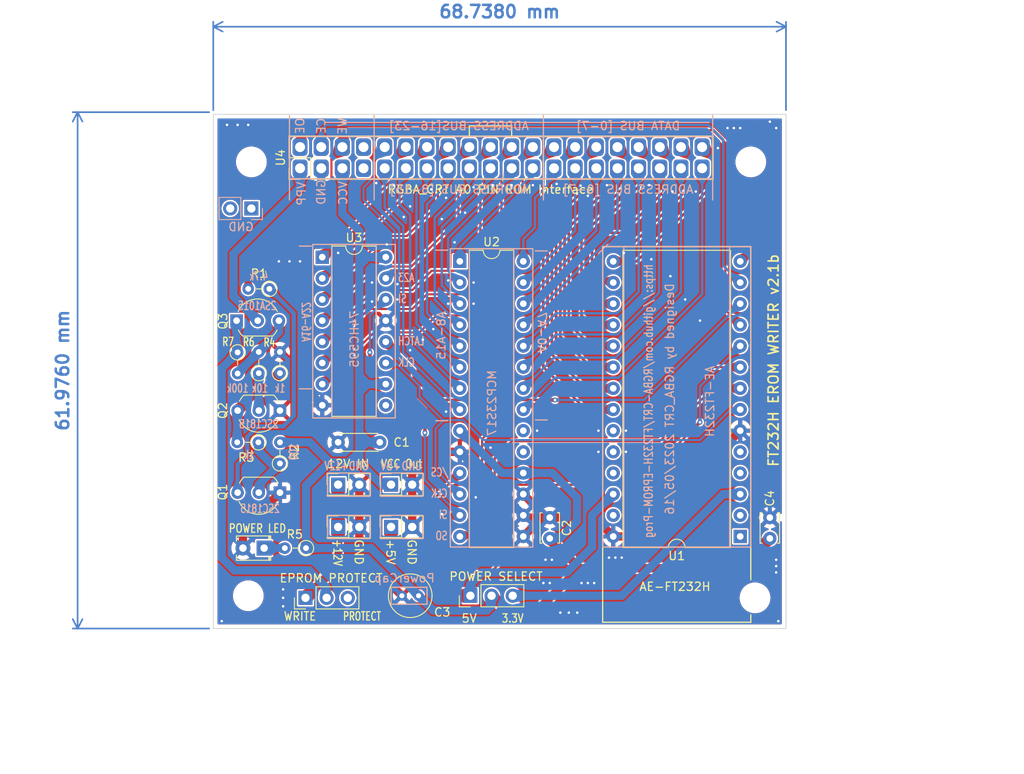
<source format=kicad_pcb>
(kicad_pcb (version 20221018) (generator pcbnew)
  (layers (0 "F.Cu" signal) (31 "B.Cu" signal) (34 "B.Paste" user) (35 "F.Paste" user) (36 "B.SilkS" user "B.Silkscreen") (37 "F.SilkS" user "F.Silkscreen") (38 "B.Mask" user) (39 "F.Mask" user) (44 "Edge.Cuts" user))
  (net 0 "")
  (net 1 "GND")
  (net 2 "VPP")
  (net 3 "Net-(Q1-B)")
  (net 4 "WE#")
  (net 5 "VDDA")
  (net 6 "5V0_IN")
  (net 7 "VCC")
  (net 8 "/3V3_IN")
  (net 13 "Net-(D1-K)")
  (net 14 "Net-(Q1-C)")
  (net 16 "Net-(U1-AD3)")
  (net 17 "CE#")
  (net 18 "OE#")
  (net 19 "D0")
  (net 20 "D1")
  (net 21 "D2")
  (net 22 "D3")
  (net 23 "D4")
  (net 24 "D5")
  (net 25 "D6")
  (net 26 "D7")
  (net 31 "A8")
  (net 32 "A9")
  (net 33 "A10")
  (net 34 "A11")
  (net 35 "A12")
  (net 36 "A13")
  (net 37 "A14")
  (net 38 "A15")
  (net 41 "A0")
  (net 42 "A1")
  (net 43 "A2")
  (net 44 "A3")
  (net 45 "A4")
  (net 46 "A5")
  (net 47 "A6")
  (net 48 "A7")
  (net 49 "A16")
  (net 50 "A17")
  (net 51 "A18")
  (net 52 "A19")
  (net 53 "A20")
  (net 54 "A21")
  (net 55 "A22")
  (net 56 "A23")
  (net 59 "/FT_SER_OUT")
  (net 60 "/FT_SER_IN")
  (net 62 "Net-(Q2-C)")
  (net 63 "/FT_SER_CLK")
  (net 64 "Net-(Q2-B)")
  (net 65 "Net-(Q3-E)")
  (net 66 "Net-(Q3-B)")
  (net 67 "/ADR_UPPER_LATCH")
  (footprint "LED_THT:LED_D2.0mm_W4.0mm_H2.8mm_FlatTop" (layer "F.Cu") (at 85.095 95.885 180)
    (fp_text reference "D1" hide)
    (fp_text value "POW_INDICATOR")
  )
  (footprint "MountingHole:MountingHole_3.2mm_M3" (layer "F.Cu") (at 83.199293 101.600707)
    (fp_text reference "MOUNT1" hide)
    (fp_text value "MountingHole_3.2mm_M3")
  )
  (footprint "Capacitor_THT:C_Disc_D4.3mm_W1.9mm_P5.00mm" (layer "F.Cu") (at 98.98 83.185 180)
    (fp_text reference "C1")
    (fp_text value "1μF")
  )
  (footprint "Resistor_THT:R_Axial_DIN0204_L3.6mm_D1.6mm_P2.54mm_Vertical" (layer "F.Cu") (at 86.995 85.725 90)
    (fp_text reference "R2")
    (fp_text value "100")
  )
  (footprint "Connector_PinHeader_2.54mm:PinHeader_2x01_P2.54mm_Vertical" (layer "F.Cu") (at 100.33 93.345)
    (fp_text reference "J2" hide)
    (fp_text value "DCDC_OUT")
  )
  (footprint "MountingHole:MountingHole_3.2mm_M3" (layer "F.Cu") (at 83.566 49.53)
    (fp_text reference "MOUNT1" hide)
    (fp_text value "MountingHole_3.2mm_M3")
  )
  (footprint "Package_TO_SOT_THT:TO-92_Inline_Wide" (layer "F.Cu") (at 86.995 89.225 180)
    (fp_text reference "Q1")
    (fp_text value "2SC1815")
  )
  (footprint "Connector_PinHeader_2.54mm:PinHeader_2x01_P2.54mm_Vertical" (layer "F.Cu") (at 93.98 93.345)
    (fp_text reference "J3" hide)
    (fp_text value "VOLT_CHECK")
  )
  (footprint "Library:RGBA_CRT_ROM_INTERFACE" (layer "F.Cu") (at 112.268 50.292)
    (fp_text reference "U4")
    (fp_text value "RGBA_CRT_ROM_INTERFACE")
  )
  (footprint "MountingHole:MountingHole_3.2mm_M3" (layer "F.Cu") (at 143.51 49.53)
    (fp_text reference "MOUNT1" hide)
    (fp_text value "MountingHole_3.2mm_M3")
  )
  (footprint "Resistor_THT:R_Axial_DIN0204_L3.6mm_D1.6mm_P2.54mm_Vertical" (layer "F.Cu") (at 85.725 64.77 180)
    (fp_text reference "R1")
    (fp_text value "4.7k")
  )
  (footprint "Resistor_THT:R_Axial_DIN0204_L3.6mm_D1.6mm_P2.54mm_Vertical" (layer "F.Cu") (at 84.455 74.88 90)
    (fp_text reference "R6")
    (fp_text value "10k")
  )
  (footprint "Resistor_THT:R_Axial_DIN0204_L3.6mm_D1.6mm_P2.54mm_Vertical" (layer "F.Cu") (at 86.995 74.88 90)
    (fp_text reference "R4")
    (fp_text value "1k")
  )
  (footprint "Connector_PinHeader_2.54mm:PinHeader_2x01_P2.54mm_Vertical" (layer "F.Cu") (at 93.98 88.265)
    (fp_text reference "J4" hide)
    (fp_text value "Jack-DC")
  )
  (footprint "Resistor_THT:R_Axial_DIN0204_L3.6mm_D1.6mm_P2.54mm_Vertical" (layer "F.Cu") (at 81.915 72.39 -90)
    (fp_text reference "R7")
    (fp_text value "100k")
  )
  (footprint "MountingHole:MountingHole_3.2mm_M3" (layer "F.Cu") (at 144.018 101.854)
    (fp_text reference "MOUNT1" hide)
    (fp_text value "MountingHole_3.2mm_M3")
  )
  (footprint "Package_DIP:DIP-28_W15.24mm" (layer "F.Cu") (at 142.24 94.488 180)
    (fp_text reference "U1")
    (fp_text value "AE-FT232H")
  )
  (footprint "Package_DIP:DIP-28_W7.62mm" (layer "F.Cu") (at 108.585 61.468)
    (fp_text reference "U2")
    (fp_text value "MCP23S17_SP")
  )
  (footprint "Capacitor_THT:C_Radial_D5.0mm_H5.0mm_P2.00mm" (layer "F.Cu") (at 103.632 101.6 180)
    (fp_text reference "C3")
    (fp_text value "C" hide)
  )
  (footprint "Package_TO_SOT_THT:TO-92_Inline_Wide" (layer "F.Cu") (at 81.788 68.58)
    (fp_text reference "Q3")
    (fp_text value "2SA1015")
  )
  (footprint "Connector_PinHeader_2.54mm:PinHeader_2x01_P2.54mm_Vertical" (layer "F.Cu") (at 100.33 88.265)
    (fp_text reference "J1" hide)
    (fp_text value "POW_JMP")
  )
  (footprint "Capacitor_THT:C_Disc_D3.4mm_W2.1mm_P2.50mm" (layer "F.Cu") (at 145.796 94.722 90)
    (fp_text reference "C4")
    (fp_text value "1μF")
  )
  (footprint "Package_TO_SOT_THT:TO-92_Inline_Wide" (layer "F.Cu") (at 86.995 79.375 180)
    (fp_text reference "Q2")
    (fp_text value "2SC1815")
  )
  (footprint "Package_DIP:DIP-16_W7.62mm" (layer "F.Cu") (at 92.075 60.96)
    (fp_text reference "U3")
    (fp_text value "74HC595")
  )
  (footprint "Connector_PinHeader_2.54mm:PinHeader_1x03_P2.54mm_Vertical" (layer "F.Cu") (at 109.855 101.6 90)
    (fp_text reference "SW1" hide)
    (fp_text value "SW_3V_5V")
  )
  (footprint "Connector_PinHeader_2.54mm:PinHeader_1x03_P2.54mm_Vertical" (layer "F.Cu") (at 90.058 101.854 90)
    (fp_text reference "SW2" hide)
    (fp_text value "SW_EPROM_PROTECT")
  )
  (footprint "Resistor_THT:R_Axial_DIN0204_L3.6mm_D1.6mm_P2.54mm_Vertical" (layer "F.Cu") (at 90.12 95.885 180)
    (fp_text reference "R5")
    (fp_text value "1k")
  )
  (footprint "Resistor_THT:R_Axial_DIN0204_L3.6mm_D1.6mm_P2.54mm_Vertical" (layer "F.Cu") (at 84.405 83.185 180)
    (fp_text reference "R3")
    (fp_text value "1k")
  )
  (footprint "Capacitor_THT:C_Disc_D3.4mm_W2.1mm_P2.50mm" (layer "F.Cu") (at 119.38 94.722 90)
    (fp_text reference "C2")
    (fp_text value "1μF")
  )
  (footprint "Connector_PinHeader_2.54mm:PinHeader_1x02_P2.54mm_Vertical" (layer "B.Cu") (at 83.566 55.118 90)
    (fp_text reference "GND_PIN" hide)
    (fp_text value "PinHeader_1x02_P2.54mm_Vertical")
  )
  (gr_rect (start 107.442 59.944) (end 117.348 95.758) (stroke (width 0.15)) (fill none) (layer "B.SilkS"))
  (gr_rect (start 99.06 91.948) (end 104.14 94.742) (stroke (width 0.15)) (fill none) (layer "B.SilkS"))
  (gr_rect (start 125.73 59.69) (end 143.51 95.758) (stroke (width 0.15)) (fill none) (layer "B.SilkS"))
  (gr_rect (start 90.932 59.436) (end 100.838 80.264) (stroke (width 0.15)) (fill none) (layer "B.SilkS"))
  (gr_rect (start 92.71 91.948) (end 97.79 94.742) (stroke (width 0.15)) (fill none) (layer "B.SilkS"))
  (gr_rect (start 99.06 86.868) (end 104.14 89.662) (stroke (width 0.15)) (fill none) (layer "B.SilkS"))
  (gr_rect (start 93.218 59.436) (end 98.552 80.264) (stroke (width 0.15)) (fill none) (layer "B.SilkS"))
  (gr_rect (start 100.33 100.584) (end 104.648 102.616) (stroke (width 0.15)) (fill none) (layer "B.SilkS"))
  (gr_rect (start 128.27 59.69) (end 140.97 95.758) (stroke (width 0.15)) (fill none) (layer "B.SilkS"))
  (gr_rect (start 92.71 86.868) (end 97.79 89.662) (stroke (width 0.15)) (fill none) (layer "B.SilkS"))
  (gr_rect (start 109.728 59.944) (end 115.062 95.758) (stroke (width 0.15)) (fill none) (layer "B.SilkS"))
  (gr_line (start 143.51 104.775) (end 125.73 104.775) (stroke (width 0.15)) (layer "F.SilkS"))
  (gr_line (start 125.73 104.775) (end 125.73 95.885) (stroke (width 0.15)) (layer "F.SilkS"))
  (gr_line (start 143.51 59.69) (end 143.51 95.885) (stroke (width 0.15)) (layer "F.SilkS"))
  (gr_line (start 143.51 104.775) (end 143.51 104.14) (stroke (width 0.15)) (layer "F.SilkS"))
  (gr_line (start 143.51 103.886) (end 143.51 104.14) (stroke (width 0.15)) (layer "F.SilkS"))
  (gr_line (start 125.73 95.885) (end 125.73 59.69) (stroke (width 0.15)) (layer "F.SilkS"))
  (gr_line (start 125.73 59.69) (end 143.51 59.69) (stroke (width 0.15)) (layer "F.SilkS"))
  (gr_line (start 143.51 95.885) (end 143.51 99.695) (stroke (width 0.15)) (layer "F.SilkS"))
  (gr_rect (start 78.994 43.815) (end 147.731983 105.537) (stroke (width 0.1)) (fill none) (layer "Edge.Cuts"))
  (gr_text "LATCH" (at 101.092 71.628) (layer "B.SilkS") (effects (font (size 1 0.7)) (justify right bottom mirror)))
  (gr_text "MCP23S17" (at 113.03 74.422 90) (layer "B.SilkS") (effects (font (size 1 1)) (justify left bottom mirror)))
  (gr_text "SI" (at 107.188 92.456) (layer "B.SilkS") (effects (font (size 1 0.7)) (justify left bottom mirror)))
  (gr_text "GND" (at 104.14 86.614) (layer "B.SilkS") (effects (font (size 1 0.8)) (justify left bottom mirror)))
  (gr_text "AE-FT232H" (at 139.192 73.914 90) (layer "B.SilkS") (effects (font (size 1 1)) (justify left bottom mirror)))
  (gr_text "A23" (at 101.092 64.008) (layer "B.SilkS") (effects (font (size 1 0.7)) (justify right bottom mirror)))
  (gr_text "|         A8-A15         |" (at 106.934 70.358 90) (layer "B.SilkS") (effects (font (size 1 1)) (justify bottom mirror)))
  (gr_text "SO" (at 107.188 94.996) (layer "B.SilkS") (effects (font (size 1 0.7)) (justify left bottom mirror)))
  (gr_text "CLK" (at 101.092 74.168) (layer "B.SilkS") (effects (font (size 1 0.7)) (justify right bottom mirror)))
  (gr_text "https://github.com/RGBA-CRT/FT232H-EPROM-Prog" (at 131.826 61.722 90) (layer "B.SilkS") (effects (font (size 1 0.8)) (justify left bottom mirror)))
  (gr_text "GND" (at 97.79 86.614) (layer "B.SilkS") (effects (font (size 1 0.8)) (justify left bottom mirror)))
  (gr_text "|          A0-A7         |" (at 117.856 70.358 270) (layer "B.SilkS") (effects (font (size 1 1)) (justify bottom mirror)))
  (gr_text "+5V" (at 101.6 86.614) (layer "B.SilkS") (effects (font (size 1 0.8)) (justify left bottom mirror)))
  (gr_text "PowerCap" (at 105.664 100.076) (layer "B.SilkS") (effects (font (size 1 1)) (justify left bottom mirror)))
  (gr_text "74HC595" (at 96.52 67.31 90) (layer "B.SilkS") (effects (font (size 1 1)) (justify left bottom mirror)))
  (gr_text "/CS" (at 107.315 87.376) (layer "B.SilkS") (effects (font (size 1 0.7)) (justify left bottom mirror)))
  (gr_text "Designed by RGBA_CRT 2023/05/16" (at 134.366 64.008 90) (layer "B.SilkS") (effects (font (size 1 1)) (justify left bottom mirror)))
  (gr_text "CLK" (at 107.188 89.916) (layer "B.SilkS") (effects (font (size 1 0.7)) (justify left bottom mirror)))
  (gr_text "SI" (at 101.092 66.548) (layer "B.SilkS") (effects (font (size 1 0.7)) (justify right bottom mirror)))
  (gr_text "+12V" (at 95.25 86.614) (layer "B.SilkS") (effects (font (size 1 0.7)) (justify left bottom mirror)))
  (gr_text "|          A16-A22            |" (at 89.535 68.199 270) (layer "B.SilkS") (effects (font (size 1 0.7)) (justify bottom mirror)))
  (gr_text "GND" (at 83.947 57.912) (layer "B.SilkS") (effects (font (size 1 1)) (justify left bottom mirror)))
  (gr_text "POWER SELECT" (at 107.2388 99.8728) (layer "F.SilkS") (effects (font (size 1 1)) (justify left bottom)))
  (gr_text "POWER LED" (at 80.772 94.107) (layer "F.SilkS") (effects (font (size 1 0.8)) (justify left bottom)))
  (gr_text "+12V" (at 93.345 94.742 270) (layer "F.SilkS") (effects (font (size 1 0.8)) (justify left bottom)))
  (gr_text "GND" (at 102.235 94.742 -90) (layer "F.SilkS") (effects (font (size 1 1)) (justify left bottom)))
  (gr_text "5V" (at 108.712 104.902) (layer "F.SilkS") (effects (font (size 1 1)) (justify left bottom)))
  (gr_text "VCC Out" (at 99.06 86.36) (layer "F.SilkS") (effects (font (size 1 0.8)) (justify left bottom)))
  (gr_text "FT232H EROM WRITER v2.1b" (at 146.939 86.233 90) (layer "F.SilkS") (effects (font (size 1.2 1.2) (thickness 0.2) bold) (justify left bottom)))
  (gr_text "EPROM PROTECT" (at 86.868 100.076) (layer "F.SilkS") (effects (font (size 1 1)) (justify left bottom)))
  (gr_text "GND" (at 95.885 94.742 -90) (layer "F.SilkS") (effects (font (size 1 1)) (justify left bottom)))
  (gr_text "WRITE" (at 87.376 104.648) (layer "F.SilkS") (effects (font (size 1 0.9)) (justify left bottom)))
  (gr_text "12V IN" (at 92.583 86.36) (layer "F.SilkS") (effects (font (size 1 1)) (justify left bottom)))
  (gr_text "+5V" (at 99.695 94.742 -90) (layer "F.SilkS") (effects (font (size 1 1)) (justify left bottom)))
  (gr_text "AE-FT232H" (at 130.048 101.092) (layer "F.SilkS") (effects (font (size 1 1)) (justify left bottom)))
  (gr_text "3.3V" (at 113.538 104.902) (layer "F.SilkS") (effects (font (size 1 0.8)) (justify left bottom)))
  (gr_text "PROTECT" (at 94.488 104.648) (layer "F.SilkS") (effects (font (size 1 0.7)) (justify left bottom)))
  (dimension (type aligned) (layer "B.Cu") (pts (xy 78.994 43.815) (xy 147.731983 43.815)) (height -10.516) (gr_text "68.7380 mm" (at 113.362992 31.499) (layer "B.Cu") (effects (font (size 1.5 1.5) (thickness 0.3)))) (format (prefix "") (suffix "") (units 3) (units_format 1) (precision 4)) (style (thickness 0.2) (arrow_length 1.27) (text_position_mode 0) (extension_height 0.58642) (extension_offset 0.5) keep_text_aligned))
  (dimension (type aligned) (layer "B.Cu") (pts (xy 78.994 43.561) (xy 78.994 105.537)) (height 16.286983) (gr_text "61.9760 mm" (at 60.907017 74.549 90) (layer "B.Cu") (effects (font (size 1.5 1.5) (thickness 0.3)))) (format (prefix "") (suffix "") (units 3) (units_format 1) (precision 4)) (style (thickness 0.2) (arrow_length 1.27) (text_position_mode 0) (extension_height 0.58642) (extension_offset 0.5) keep_text_aligned))
  (segment (start 127 94.488) (end 129.54 94.488) (width 1) (layer "F.Cu") (net 1))
  (segment (start 102.307 90.932) (end 102.87 90.369) (width 1) (layer "F.Cu") (net 1))
  (segment (start 102.87 90.369) (end 102.87 91.495) (width 1) (layer "F.Cu") (net 1))
  (segment (start 97.536 90.932) (end 96.52 90.932) (width 1) (layer "F.Cu") (net 1))
  (segment (start 101.632 101.6) (end 96.552 96.52) (width 1) (layer "F.Cu") (net 1))
  (segment (start 89.4715 74.8165) (end 89.4715 76.1365) (width 1) (layer "F.Cu") (net 1))
  (segment (start 86.995 89.225) (end 87.051 89.225) (width 1) (layer "F.Cu") (net 1))
  (segment (start 104.902 84.328) (end 108.585 84.328) (width 1) (layer "F.Cu") (net 1))
  (segment (start 124.734 92.222) (end 127 94.488) (width 1) (layer "F.Cu") (net 1))
  (segment (start 102.87 90.369) (end 102.87 88.265) (width 1) (layer "F.Cu") (net 1))
  (segment (start 102.87 91.495) (end 102.307 90.932) (width 1) (layer "F.Cu") (net 1))
  (segment (start 97.536 90.932) (end 96.52 91.948) (width 1) (layer "F.Cu") (net 1))
  (segment (start 116.479 92.222) (end 116.205 91.948) (width 1) (layer "F.Cu") (net 1))
  (segment (start 119.38 92.222) (end 119.019 92.222) (width 1) (layer "F.Cu") (net 1))
  (segment (start 96.52 89.916) (end 96.52 90.932) (width 1) (layer "F.Cu") (net 1))
  (segment (start 119.38 92.222) (end 116.479 92.222) (width 1) (layer "F.Cu") (net 1))
  (segment (start 96.52 91.948) (end 96.52 93.345) (width 1) (layer "F.Cu") (net 1))
  (segment (start 119.019 92.222) (end 116.205 89.408) (width 1) (layer "F.Cu") (net 1))
  (segment (start 96.52 90.932) (end 96.52 91.948) (width 1) (layer "F.Cu") (net 1))
  (segment (start 93.853 83.312) (end 93.98 83.185) (width 1) (layer "F.Cu") (net 1))
  (segment (start 102.87 88.265) (end 102.87 86.36) (width 1) (layer "F.Cu") (net 1))
  (segment (start 102.307 90.932) (end 97.536 90.932) (width 1) (layer "F.Cu") (net 1))
  (segment (start 129.54 94.488) (end 142.24 81.788) (width 1) (layer "F.Cu") (net 1))
  (segment (start 119.38 92.222) (end 124.734 92.222) (width 1) (layer "F.Cu") (net 1))
  (segment (start 102.87 86.36) (end 104.902 84.328) (width 1) (layer "F.Cu") (net 1))
  (segment (start 119.38 92.222) (end 118.471 92.222) (width 1) (layer "F.Cu") (net 1))
  (segment (start 82.555 93.665) (end 86.995 89.225) (width 1) (layer "F.Cu") (net 1))
  (segment (start 82.555 95.885) (end 82.555 93.665) (width 1) (layer "F.Cu") (net 1))
  (segment (start 102.87 93.345) (end 102.87 91.495) (width 1) (layer "F.Cu") (net 1))
  (segment (start 96.52 88.265) (end 96.52 89.916) (width 1) (layer "F.Cu") (net 1))
  (segment (start 86.995 72.34) (end 89.4715 74.8165) (width 1) (layer "F.Cu") (net 1))
  (segment (start 96.52 89.916) (end 97.536 90.932) (width 1) (layer "F.Cu") (net 1))
  (segment (start 118.471 92.222) (end 116.205 94.488) (width 1) (layer "F.Cu") (net 1))
  (segment (start 89.4715 76.1365) (end 92.075 78.74) (width 1) (layer "F.Cu") (net 1))
  (segment (start 96.552 96.52) (end 96.52 96.52) (width 1) (layer "F.Cu") (net 1))
  (segment (start 96.52 96.52) (end 96.52 93.345) (width 1) (layer "F.Cu") (net 1))
  (via (at 128.524 84.328) (size 0.6) (drill 0.3) (layers "F.Cu" "B.Cu") (net 1))
  (via (at 87.376 100.838) (size 0.6) (drill 0.3) (layers "F.Cu" "B.Cu") (net 1))
  (via (at 119.634 97.282) (size 0.6) (drill 0.3) (layers "F.Cu" "B.Cu") (net 1))
  (via (at 101.092 66.04) (size 0.6) (drill 0.3) (layers "F.Cu" "B.Cu") (net 1))
  (via (at 110.236 66.548) (size 0.6) (drill 0.3) (layers "F.Cu" "B.Cu") (net 1))
  (via (at 146.558 98.044) (size 0.6) (drill 0.3) (layers "F.Cu" "B.Cu") (net 1))
  (via (at 117.856 81.788) (size 0.6) (drill 0.3) (layers "F.Cu" "B.Cu") (net 1))
  (via (at 131.318 52.324) (size 0.6) (drill 0.3) (layers "F.Cu" "B.Cu") (net 1))
  (via (at 110.236 64.008) (size 0.6) (drill 0.3) (layers "F.Cu" "B.Cu") (net 1))
  (via (at 93.98 60.452) (size 0.6) (drill 0.3) (layers "F.Cu" "B.Cu") (net 1))
  (via (at 110.236 52.578) (size 0.6) (drill 0.3) (layers "F.Cu" "B.Cu") (net 1))
  (via (at 123.0775 52.38453) (size 0.6) (drill 0.3) (layers "F.Cu" "B.Cu") (net 1))
  (via (at 105.156 52.832) (size 0.6) (drill 0.3) (layers "F.Cu" "B.Cu") (net 1))
  (via (at 110.49 89.789) (size 0.6) (drill 0.3) (layers "F.Cu" "B.Cu") (net 1))
  (via (at 122.682 103.632) (size 0.6) (drill 0.3) (layers "F.Cu" "B.Cu") (net 1))
  (via (at 114.808 52.324) (size 0.6) (drill 0.3) (layers "F.Cu" "B.Cu") (net 1))
  (via (at 80.01 104.648) (size 0.6) (drill 0.3) (layers "F.Cu" "B.Cu") (net 1))
  (via (at 124.714 100.076) (size 0.6) (drill 0.3) (layers "F.Cu" "B.Cu") (net 1))
  (via (at 120.202033 52.166499) (size 0.6) (drill 0.3) (layers "F.Cu" "B.Cu") (net 1))
  (via (at 125.222 84.328) (size 0.6) (drill 0.3) (layers "F.Cu" "B.Cu") (net 1))
  (via (at 133.858 63.246) (size 0.6) (drill 0.3) (layers "F.Cu" "B.Cu") (net 1))
  (via (at 131.572 61.214) (size 0.6) (drill 0.3) (layers "F.Cu" "B.Cu") (net 1))
  (via (at 81.915 45.085) (size 0.6) (drill 0.3) (layers "F.Cu" "B.Cu") (net 1))
  (via (at 118.618 100.076) (size 0.6) (drill 0.3) (layers "F.Cu" "B.Cu") (net 1))
  (via (at 98.552 52.07) (size 0.6) (drill 0.3) (layers "F.Cu" "B.Cu") (net 1))
  (via (at 117.348 52.324) (size 0.6) (drill 0.3) (layers "F.Cu" "B.Cu") (net 1))
  (via (at 136.906 53.086) (size 0.6) (drill 0.3) (layers "F.Cu" "B.Cu") (net 1))
  (via (at 80.645 45.085) (size 0.6) (drill 0.3) (layers "F.Cu" "B.Cu") (net 1))
  (via (at 88.138 61.468) (size 0.6) (drill 0.3) (layers "F.Cu" "B.Cu") (net 1))
  (via (at 126.238 52.324) (size 0.6) (drill 0.3) (layers "F.Cu" "B.Cu") (net 1))
  (via (at 140.716 45.466) (size 0.6) (drill 0.3) (layers "F.Cu" "B.Cu") (net 1))
  (via (at 141.478 45.466) (size 0.6) (drill 0.3) (layers "F.Cu" "B.Cu") (net 1))
  (via (at 146.558 98.806) (size 0.6) (drill 0.3) (layers "F.Cu" "B.Cu") (net 1))
  (via (at 127.254 97.028) (size 0.6) (drill 0.3) (layers "F.Cu" "B.Cu") (net 1))
  (via (at 87.376 102.87) (size 0.6) (drill 0.3) (layers "F.Cu" "B.Cu") (net 1))
  (via (at 102.616 54.864) (size 0.6) (drill 0.3) (layers "F.Cu" "B.Cu") (net 1))
  (via (at 107.188 66.548) (size 0.6) (drill 0.3) (layers "F.Cu" "B.Cu") (net 1))
  (via (at 128.524 81.788) (size 0.6) (drill 0.3) (layers "F.Cu" "B.Cu") (net 1))
  (via (at 105.41 69.596) (size 0.6) (drill 0.3) (layers "F.Cu" "B.Cu") (net 1))
  (via (at 137.414 68.58) (size 0.6) (drill 0.3) (layers "F.Cu" "B.Cu") (net 1))
  (via (at 139.5585 47.869974) (size 0.6) (drill 0.3) (layers "F.Cu" "B.Cu") (net 1))
  (via (at 135.636 66.04) (size 0.6) (drill 0.3) (layers "F.Cu" "B.Cu") (net 1))
  (via (at 123.19 100.076) (size 0.6) (drill 0.3) (layers "F.Cu" "B.Cu") (net 1))
  (via (at 146.812 104.648) (size 0.6) (drill 0.3) (layers "F.Cu" "B.Cu") (net 1))
  (via (at 107.188 63.754) (size 0.6) (drill 0.3) (layers "F.Cu" "B.Cu") (net 1))
  (via (at 106.446707 91.803287) (size 0.6) (drill 0.3) (layers "F.Cu" "B.Cu") (net 1))
  (via (at 83.185 45.085) (size 0.6) (drill 0.3) (layers "F.Cu" "B.Cu") (net 1))
  (via (at 121.666 103.632) (size 0.6) (drill 0.3) (layers "F.Cu" "B.Cu") (net 1))
  (via (at 128.016 97.028) (size 0.6) (drill 0.3) (layers "F.Cu" "B.Cu") (net 1))
  (via (at 128.27 60.452) (size 0.6) (drill 0.3) (layers "F.Cu" "B.Cu") (net 1))
  (via (at 101.854 56.134) (size 0.6) (drill 0.3) (layers "F.Cu" "B.Cu") (net 1))
  (via (at 123.952 100.076) (size 0.6) (drill 0.3) (layers "F.Cu" "B.Cu") (net 1))
  (via (at 126.492 97.028) (size 0.6) (drill 0.3) (layers "F.Cu" "B.Cu") (net 1))
  (via (at 106.426 56.388) (size 0.6) (drill 0.3) (layers "F.Cu" "B.Cu") (net 1))
  (via (at 87.376 101.854) (size 0.6) (drill 0.3) (layers "F.Cu" "B.Cu") (net 1))
  (via (at 123.952 53.594) (size 0.6) (drill 0.3) (layers "F.Cu" "B.Cu") (net 1))
  (via (at 134.112 53.086) (size 0.6) (drill 0.3) (layers "F.Cu" "B.Cu") (net 1))
  (via (at 146.558 45.466) (size 0.6) (drill 0.3) (layers "F.Cu" "B.Cu") (net 1))
  (via (at 99.822 59.436) (size 0.6) (drill 0.3) (layers "F.Cu" "B.Cu") (net 1))
  (via (at 145.796 44.704) (size 0.6) (drill 0.3) (layers "F.Cu" "B.Cu") (net 1))
  (via (at 106.934 79.502) (size 0.6) (drill 0.3) (layers "F.Cu" "B.Cu") (net 1))
  (via (at 146.558 97.282) (size 0.6) (drill 0.3) (layers "F.Cu" "B.Cu") (net 1))
  (via (at 100.6965 52.364689) (size 0.6) (drill 0.3) (layers "F.Cu" "B.Cu") (net 1))
  (via (at 120.65 103.632) (size 0.6) (drill 0.3) (layers "F.Cu" "B.Cu") (net 1))
  (via (at 112.522 52.324) (size 0.6) (drill 0.3) (layers "F.Cu" "B.Cu") (net 1))
  (via (at 98.044 66.294) (size 0.6) (drill 0.3) (layers "F.Cu" "B.Cu") (net 1))
  (via (at 142.24 45.466) (size 0.6) (drill 0.3) (layers "F.Cu" "B.Cu") (net 1))
  (via (at 106.934 53.848) (size 0.6) (drill 0.3) (layers "F.Cu" "B.Cu") (net 1))
  (via (at 101.1 64.2) (size 0.6) (drill 0.3) (layers "F.Cu" "B.Cu") (net 1))
  (via (at 119.38 100.076) (size 0.6) (drill 0.3) (layers "F.Cu" "B.Cu") (net 1))
  (via (at 104.14 70.866) (size 0.6) (drill 0.3) (layers "F.Cu" "B.Cu") (net 1))
  (via (at 107.95 59.182) (size 0.6) (drill 0.3) (layers "F.Cu" "B.Cu") (net 1))
  (via (at 118.872 97.282) (size 0.6) (drill 0.3) (layers "F.Cu" "B.Cu") (net 1))
  (via (at 112.268 83.82) (size 0.6) (drill 0.3) (layers "F.Cu" "B.Cu") (net 1))
  (via (at 102.616 72.136) (size 0.6) (drill 0.3) (layers "F.Cu" "B.Cu") (net 1))
  (via (at 89.408 61.468) (size 0.6) (drill 0.3) (layers "F.Cu" "B.Cu") (net 1))
  (via (at 98.044 64.008) (size 0.6) (drill 0.3) (layers "F.Cu" "B.Cu") (net 1))
  (via (at 125.222 81.788) (size 0.6) (drill 0.3) (layers "F.Cu" "B.Cu") (net 1))
  (via (at 86.868 61.468) (size 0.6) (drill 0.3) (layers "F.Cu" "B.Cu") (net 1))
  (via (at 109.22 55.626) (size 0.6) (drill 0.3) (layers "F.Cu" "B.Cu") (net 1))
  (segment (start 89.662 76.327) (end 92.075 78.74) (width 1) (layer "B.Cu") (net 1))
  (segment (start 89.408 61.468) (end 89.662 61.722) (width 1) (layer "B.Cu") (net 1))
  (segment (start 89.662 61.722) (end 89.662 76.327) (width 1) (layer "B.Cu") (net 1))
  (segment (start 114.3635 90.1065) (end 116.205 91.948) (width 1) (layer "B.Cu") (net 1))
  (segment (start 89.662 59.182) (end 89.662 61.214) (width 1) (layer "B.Cu") (net 1))
  (segment (start 145.796 85.344) (end 145.796 92.222) (width 0.5) (layer "B.Cu") (net 1))
  (segment (start 91.948 50.292) (end 91.948 56.896) (width 1) (layer "B.Cu") (net 1))
  (segment (start 142.24 81.788) (end 145.796 85.344) (width 0.5) (layer "B.Cu") (net 1))
  (segment (start 89.662 61.214) (end 89.408 61.468) (width 1) (layer "B.Cu") (net 1))
  (segment (start 91.948 56.896) (end 89.662 59.182) (width 1) (layer "B.Cu") (net 1))
  (segment (start 108.585 84.328) (end 114.3635 90.1065) (width 1) (layer "B.Cu") (net 1))
  (segment (start 81.407 60.579) (end 81.407 65.659) (width 1) (layer "B.Cu") (net 2))
  (segment (start 81.407 65.659) (end 84.328 68.58) (width 1) (layer "B.Cu") (net 2))
  (segment (start 89.408 50.292) (end 89.408 52.578) (width 1) (layer "B.Cu") (net 2))
  (segment (start 89.408 52.578) (end 81.407 60.579) (width 1) (layer "B.Cu") (net 2))
  (segment (start 81.915 85.825) (end 83.058 84.682) (width 0.5) (layer "B.Cu") (net 3))
  (segment (start 88.646 67.691) (end 85.725 64.77) (width 0.5) (layer "B.Cu") (net 3))
  (segment (start 88.646 80.01) (end 88.646 67.691) (width 0.5) (layer "B.Cu") (net 3))
  (segment (start 83.058 82.55) (end 84.333499 81.274501) (width 0.5) (layer "B.Cu") (net 3))
  (segment (start 81.915 89.225) (end 81.915 85.825) (width 0.5) (layer "B.Cu") (net 3))
  (segment (start 87.381499 81.274501) (end 88.646 80.01) (width 0.5) (layer "B.Cu") (net 3))
  (segment (start 84.333499 81.274501) (end 87.381499 81.274501) (width 0.5) (layer "B.Cu") (net 3))
  (segment (start 83.058 84.682) (end 83.058 82.55) (width 0.5) (layer "B.Cu") (net 3))
  (segment (start 140.462 47.244) (end 138.938 45.72) (width 0.254) (layer "F.Cu") (net 4))
  (segment (start 94.488 46.482) (end 94.488 47.752) (width 0.254) (layer "F.Cu") (net 4))
  (segment (start 142.24 69.088) (end 140.462 67.31) (width 0.254) (layer "F.Cu") (net 4))
  (segment (start 95.25 45.72) (end 94.488 46.482) (width 0.254) (layer "F.Cu") (net 4))
  (segment (start 93.175 51.859) (end 83.185 61.849) (width 0.254) (layer "F.Cu") (net 4))
  (segment (start 138.938 45.72) (end 95.25 45.72) (width 0.254) (layer "F.Cu") (net 4))
  (segment (start 140.462 67.31) (end 140.462 47.244) (width 0.254) (layer "F.Cu") (net 4))
  (segment (start 93.175 49.065) (end 93.175 51.859) (width 0.254) (layer "F.Cu") (net 4))
  (segment (start 94.488 47.752) (end 93.175 49.065) (width 0.254) (layer "F.Cu") (net 4))
  (segment (start 83.185 61.849) (end 83.185 64.77) (width 0.254) (layer "F.Cu") (net 4))
  (segment (start 90.058 101.854) (end 93.98 97.932) (width 1) (layer "F.Cu") (net 5))
  (segment (start 93.98 97.932) (end 93.98 93.345) (width 1) (layer "F.Cu") (net 5))
  (segment (start 93.98 88.265) (end 93.98 93.345) (width 1) (layer "F.Cu") (net 5))
  (segment (start 100.33 93.345) (end 100.33 95.195) (width 1) (layer "F.Cu") (net 6))
  (segment (start 100.33 95.195) (end 106.735 101.6) (width 1) (layer "F.Cu") (net 6))
  (segment (start 106.735 101.6) (end 109.855 101.6) (width 1) (layer "F.Cu") (net 6))
  (segment (start 124.46 95.758) (end 124.46 91.948) (width 1) (layer "B.Cu") (net 6))
  (segment (start 121.412 98.806) (end 124.46 95.758) (width 1) (layer "B.Cu") (net 6))
  (segment (start 109.855 100.203) (end 111.252 98.806) (width 1) (layer "B.Cu") (net 6))
  (segment (start 124.46 91.948) (end 127 89.408) (width 1) (layer "B.Cu") (net 6))
  (segment (start 111.252 98.806) (end 121.412 98.806) (width 1) (layer "B.Cu") (net 6))
  (segment (start 109.855 101.6) (end 109.855 100.203) (width 1) (layer "B.Cu") (net 6))
  (segment (start 113.945 103.15) (end 112.395 101.6) (width 1) (layer "F.Cu") (net 7))
  (segment (start 116.84 103.15) (end 114.046 103.15) (width 1) (layer "F.Cu") (net 7))
  (segment (start 122.936 98.298) (end 118.084 103.15) (width 1) (layer "F.Cu") (net 7))
  (segment (start 113.945 103.15) (end 114.046 103.15) (width 0.5) (layer "F.Cu") (net 7))
  (segment (start 116.84 103.15) (end 113.945 103.15) (width 1) (layer "F.Cu") (net 7))
  (segment (start 142.22 98.298) (end 145.796 94.722) (width 1) (layer "F.Cu") (net 7))
  (segment (start 118.084 103.15) (end 116.84 103.15) (width 1) (layer "F.Cu") (net 7))
  (segment (start 122.956 98.298) (end 122.936 98.298) (width 1) (layer "F.Cu") (net 7))
  (segment (start 122.936 98.298) (end 142.22 98.298) (width 1) (layer "F.Cu") (net 7))
  (segment (start 119.38 94.722) (end 122.956 98.298) (width 1) (layer "F.Cu") (net 7))
  (segment (start 97.536 76.2) (end 96.52 75.184) (width 1) (layer "B.Cu") (net 7))
  (segment (start 97.536 83.058) (end 96.52 82.042) (width 1) (layer "B.Cu") (net 7))
  (segment (start 99.187 88.265) (end 100.33 88.265) (width 1) (layer "B.Cu") (net 7))
  (segment (start 96.567 85.598) (end 96.266 85.598) (width 1) (layer "B.Cu") (net 7))
  (segment (start 96.52 76.962) (end 96.52 77.724) (width 1) (layer "B.Cu") (net 7))
  (segment (start 98.98 83.185) (end 97.536 83.185) (width 1) (layer "B.Cu") (net 7))
  (segment (start 96.567 85.645) (end 99.187 88.265) (width 1) (layer "B.Cu") (net 7))
  (segment (start 108.585 81.788) (end 113.665 86.868) (width 1) (layer "B.Cu") (net 7))
  (segment (start 111.819081 103.378) (end 112.395 102.802081) (width 1) (layer "B.Cu") (net 7))
  (segment (start 97.536 83.185) (end 96.647 83.185) (width 1) (layer "B.Cu") (net 7))
  (segment (start 92.897 85.598) (end 90.12 88.375) (width 1) (layer "B.Cu") (net 7))
  (segment (start 96.774 61.722) (end 96.52 61.722) (width 1) (layer "B.Cu") (net 7))
  (segment (start 105.41 103.378) (end 111.819081 103.378) (width 1) (layer "B.Cu") (net 7))
  (segment (start 96.52 84.328) (end 96.52 84.074) (width 1) (layer "B.Cu") (net 7))
  (segment (start 96.52 60.706) (end 96.774 60.96) (width 1) (layer "B.Cu") (net 7))
  (segment (start 105.41 103.378) (end 103.632 101.6) (width 1) (layer "B.Cu") (net 7))
  (segment (start 96.567 85.598) (end 96.567 85.645) (width 1) (layer "B.Cu") (net 7))
  (segment (start 120.578 94.722) (end 122.65 92.65) (width 1) (layer "B.Cu") (net 7))
  (segment (start 97.917 95.885) (end 91.186 95.885) (width 1) (layer "B.Cu") (net 7))
  (segment (start 92.973 85.598) (end 93.875 85.598) (width 1) (layer "B.Cu") (net 7))
  (segment (start 90.12 94.819) (end 91.186 95.885) (width 1) (layer "B.Cu") (net 7))
  (segment (start 97.536 83.185) (end 97.536 83.058) (width 1) (layer "B.Cu") (net 7))
  (segment (start 97.536 60.96) (end 96.774 60.198) (width 1) (layer "B.Cu") (net 7))
  (segment (start 122.65 89.825) (end 119.693 86.868) (width 1) (layer "B.Cu") (net 7))
  (segment (start 90.12 95.885) (end 90.12 94.742) (width 1) (layer "B.Cu") (net 7))
  (segment (start 96.266 85.598) (end 95.25 85.598) (width 1) (layer "B.Cu") (net 7))
  (segment (start 86.995 83.185) (end 90.56 83.185) (width 1) (layer "B.Cu") (net 7))
  (segment (start 96.52 60.706) (end 96.52 60.198) (width 1) (layer "B.Cu") (net 7))
  (segment (start 96.52 85.551) (end 96.567 85.598) (width 1) (layer "B.Cu") (net 7))
  (segment (start 96.52 77.724) (end 96.52 82.042) (width 1) (layer "B.Cu") (net 7))
  (segment (start 97.536 76.2) (end 97.028 76.2) (width 1) (layer "B.Cu") (net 7))
  (segment (start 96.52 77.216) (end 96.52 77.724) (width 1) (layer "B.Cu") (net 7))
  (segment (start 96.52 84.074) (end 96.52 85.551) (width 1) (layer "B.Cu") (net 7))
  (segment (start 97.536 83.185) (end 97.409 83.185) (width 1) (layer "B.Cu") (net 7))
  (segment (start 96.52 75.438) (end 96.52 75.946) (width 1) (layer "B.Cu") (net 7))
  (segment (start 97.536 76.2) (end 96.52 77.216) (width 1) (layer "B.Cu") (net 7))
  (segment (start 96.774 60.96) (end 97.536 60.96) (width 1) (layer "B.Cu") (net 7))
  (segment (start 96.647 83.185) (end 96.52 83.058) (width 1) (layer "B.Cu") (net 7))
  (segment (start 122.65 92.65) (end 122.65 89.825) (width 1) (layer "B.Cu") (net 7))
  (segment (start 92.973 85.598) (end 92.897 85.598) (width 1) (layer "B.Cu") (net 7))
  (segment (start 96.774 76.2) (end 96.52 75.946) (width 1) (layer "B.Cu") (net 7))
  (segment (start 97.028 76.2) (end 96.774 76.2) (width 1) (layer "B.Cu") (net 7))
  (segment (start 99.695 76.2) (end 97.536 76.2) (width 1) (layer "B.Cu") (net 7))
  (segment (start 91.186 95.885) (end 90.12 95.885) (width 1) (layer "B.Cu") (net 7))
  (segment (start 119.693 86.868) (end 116.205 86.868) (width 1) (layer "B.Cu") (net 7))
  (segment (start 112.395 102.802081) (end 112.395 101.6) (width 1) (layer "B.Cu") (net 7))
  (segment (start 96.52 60.198) (end 96.52 57.785) (width 1) (layer "B.Cu") (net 7))
  (segment (start 90.56 83.185) (end 92.973 85.598) (width 1) (layer "B.Cu") (net 7))
  (segment (start 96.52 75.438) (end 96.52 74.93) (width 1) (layer "B.Cu") (net 7))
  (segment (start 97.536 60.96) (end 99.695 60.96) (width 1) (layer "B.Cu") (net 7))
  (segment (start 95.25 85.598) (end 93.875 85.598) (width 1) (layer "B.Cu") (net 7))
  (segment (start 113.665 86.868) (end 116.205 86.868) (width 1) (layer "B.Cu") (net 7))
  (segment (start 95.25 85.598) (end 96.52 84.328) (width 1) (layer "B.Cu") (net 7))
  (segment (start 96.52 57.785) (end 94.488 55.753) (width 1) (layer "B.Cu") (net 7))
  (segment (start 96.52 75.946) (end 96.52 76.962) (width 1) (layer "B.Cu") (net 7))
  (segment (start 90.12 94.742) (end 90.12 94.819) (width 1) (layer "B.Cu") (net 7))
  (segment (start 96.774 60.198) (end 96.52 60.198) (width 1) (layer "B.Cu") (net 7))
  (segment (start 90.12 94.742) (end 90.12 88.375) (width 1) (layer "B.Cu") (net 7))
  (segment (start 96.52 75.184) (end 96.52 74.93) (width 1) (layer "B.Cu") (net 7))
  (segment (start 96.52 61.722) (end 96.52 60.706) (width 1) (layer "B.Cu") (net 7))
  (segment (start 97.536 60.96) (end 96.774 61.722) (width 1) (layer "B.Cu") (net 7))
  (segment (start 103.632 101.6) (end 97.917 95.885) (width 1) (layer "B.Cu") (net 7))
  (segment (start 96.52 83.058) (end 96.52 84.074) (width 1) (layer "B.Cu") (net 7))
  (segment (start 96.52 74.93) (end 96.52 61.722) (width 1) (layer "B.Cu") (net 7))
  (segment (start 96.52 82.042) (end 96.52 83.058) (width 1) (layer "B.Cu") (net 7))
  (segment (start 94.488 55.753) (end 94.488 50.292) (width 1) (layer "B.Cu") (net 7))
  (segment (start 119.38 94.722) (end 120.578 94.722) (width 1) (layer "B.Cu") (net 7))
  (segment (start 97.409 83.185) (end 96.52 84.074) (width 1) (layer "B.Cu") (net 7))
  (segment (start 142.24 89.408) (end 140.208 89.408) (width 1) (layer "B.Cu") (net 8))
  (segment (start 128.016 101.6) (end 114.935 101.6) (width 1) (layer "B.Cu") (net 8))
  (segment (start 140.208 89.408) (end 128.016 101.6) (width 1) (layer "B.Cu") (net 8))
  (segment (start 85.095 95.885) (end 87.58 95.885) (width 0.5) (layer "B.Cu") (net 13))
  (segment (start 86.995 85.725) (end 85.925 85.725) (width 1) (layer "B.Cu") (net 14))
  (segment (start 84.455 89.225) (end 84.455 88.265) (width 1) (layer "B.Cu") (net 14))
  (segment (start 84.405 84.205) (end 84.405 83.185) (width 1) (layer "B.Cu") (net 14))
  (segment (start 84.455 88.265) (end 86.995 85.725) (width 1) (layer "B.Cu") (net 14))
  (segment (start 84.405 83.185) (end 84.455 83.185) (width 0.5) (layer "B.Cu") (net 14))
  (segment (start 85.925 85.725) (end 84.405 84.205) (width 1) (layer "B.Cu") (net 14))
  (segment (start 114.3 96.774) (end 114.3 89.154) (width 0.254) (layer "F.Cu") (net 16))
  (segment (start 104.648 95.25) (end 108.204 98.806) (width 0.254) (layer "F.Cu") (net 16))
  (segment (start 114.3 89.154) (end 115.173 88.281) (width 0.254) (layer "F.Cu") (net 16))
  (segment (start 129.905 88.281) (end 137.414 80.772) (width 0.254) (layer "F.Cu") (net 16))
  (segment (start 104.648 90.805) (end 104.648 95.25) (width 0.254) (layer "F.Cu") (net 16))
  (segment (start 115.173 88.281) (end 129.905 88.281) (width 0.254) (layer "F.Cu") (net 16))
  (segment (start 108.204 98.806) (end 112.268 98.806) (width 0.254) (layer "F.Cu") (net 16))
  (segment (start 112.268 98.806) (end 114.3 96.774) (width 0.254) (layer "F.Cu") (net 16))
  (segment (start 108.585 86.868) (end 104.648 90.805) (width 0.254) (layer "F.Cu") (net 16))
  (via (at 137.414 80.772) (size 0.6) (drill 0.3) (layers "F.Cu" "B.Cu") (net 16))
  (segment (start 142.24 71.628) (end 137.414 76.454) (width 0.254) (layer "B.Cu") (net 16))
  (segment (start 137.414 76.454) (end 137.414 80.772) (width 0.254) (layer "B.Cu") (net 16))
  (segment (start 92.583 45.085) (end 138.43 45.085) (width 0.3) (layer "B.Cu") (net 17))
  (segment (start 138.43 45.085) (end 140.208 46.863) (width 0.3) (layer "B.Cu") (net 17))
  (segment (start 140.208 46.863) (end 140.208 61.976) (width 0.3) (layer "B.Cu") (net 17))
  (segment (start 91.948 47.752) (end 91.948 45.72) (width 0.3) (layer "B.Cu") (net 17))
  (segment (start 91.948 45.72) (end 92.583 45.085) (width 0.3) (layer "B.Cu") (net 17))
  (segment (start 140.208 61.976) (end 142.24 64.008) (width 0.3) (layer "B.Cu") (net 17))
  (segment (start 144.302984 44.465) (end 146.438992 46.601008) (width 0.3) (layer "F.Cu") (net 18))
  (segment (start 89.408 47.752) (end 89.408 46.482) (width 0.3) (layer "F.Cu") (net 18))
  (segment (start 89.408 46.482) (end 91.425 44.465) (width 0.3) (layer "F.Cu") (net 18))
  (segment (start 91.425 44.465) (end 144.302984 44.465) (width 0.3) (layer "F.Cu") (net 18))
  (segment (start 146.438992 57.269008) (end 142.24 61.468) (width 0.3) (layer "F.Cu") (net 18))
  (segment (start 146.438992 46.601008) (end 146.438992 57.269008) (width 0.3) (layer "F.Cu") (net 18))
  (segment (start 137.668 47.752) (end 139.446 49.53) (width 0.3) (layer "F.Cu") (net 19))
  (segment (start 139.446 51.816) (end 129.794 61.468) (width 0.3) (layer "F.Cu") (net 19))
  (segment (start 129.794 61.468) (end 127 61.468) (width 0.3) (layer "F.Cu") (net 19))
  (segment (start 139.446 49.53) (end 139.446 51.816) (width 0.3) (layer "F.Cu") (net 19))
  (segment (start 125.476 60.706) (end 125.476 63.5) (width 0.3) (layer "F.Cu") (net 20))
  (segment (start 136.378 49.002) (end 136.378 52.344) (width 0.3) (layer "F.Cu") (net 20))
  (segment (start 136.378 52.344) (end 129.032 59.69) (width 0.3) (layer "F.Cu") (net 20))
  (segment (start 125.476 63.5) (end 125.984 64.008) (width 0.3) (layer "F.Cu") (net 20))
  (segment (start 135.128 47.752) (end 136.378 49.002) (width 0.3) (layer "F.Cu") (net 20))
  (segment (start 126.492 59.69) (end 125.476 60.706) (width 0.3) (layer "F.Cu") (net 20))
  (segment (start 125.984 64.008) (end 127 64.008) (width 0.3) (layer "F.Cu") (net 20))
  (segment (start 129.032 59.69) (end 126.492 59.69) (width 0.3) (layer "F.Cu") (net 20))
  (segment (start 133.838 49.002) (end 133.838 52.324) (width 0.3) (layer "F.Cu") (net 21))
  (segment (start 126.111 58.039) (end 128.123 58.039) (width 0.3) (layer "F.Cu") (net 21))
  (segment (start 128.123 58.039) (end 133.838 52.324) (width 0.3) (layer "F.Cu") (net 21))
  (segment (start 124.968 66.548) (end 127 66.548) (width 0.3) (layer "F.Cu") (net 21))
  (segment (start 124.46 59.69) (end 124.46 66.04) (width 0.3) (layer "F.Cu") (net 21))
  (segment (start 124.46 66.04) (end 124.968 66.548) (width 0.3) (layer "F.Cu") (net 21))
  (segment (start 126.111 58.039) (end 124.46 59.69) (width 0.3) (layer "F.Cu") (net 21))
  (segment (start 132.588 47.752) (end 133.838 49.002) (width 0.3) (layer "F.Cu") (net 21))
  (segment (start 131.298 51.223371) (end 127.022371 55.499) (width 0.3) (layer "F.Cu") (net 22))
  (segment (start 127.022371 55.499) (end 126.111 55.499) (width 0.3) (layer "F.Cu") (net 22))
  (segment (start 130.048 47.752) (end 131.298 49.002) (width 0.3) (layer "F.Cu") (net 22))
  (segment (start 124.333 69.088) (end 127 69.088) (width 0.3) (layer "F.Cu") (net 22))
  (segment (start 123.19 58.42) (end 123.19 67.945) (width 0.3) (layer "F.Cu") (net 22))
  (segment (start 126.111 55.499) (end 123.19 58.42) (width 0.3) (layer "F.Cu") (net 22))
  (segment (start 131.298 49.002) (end 131.298 51.223371) (width 0.3) (layer "F.Cu") (net 22))
  (segment (start 123.19 67.945) (end 124.333 69.088) (width 0.3) (layer "F.Cu") (net 22))
  (segment (start 121.92 57.13) (end 121.92 57.15) (width 0.3) (layer "F.Cu") (net 23))
  (segment (start 128.758 49.002) (end 128.758 52.09) (width 0.3) (layer "F.Cu") (net 23))
  (segment (start 125.212 53.838) (end 121.92 57.13) (width 0.3) (layer "F.Cu") (net 23))
  (segment (start 121.666 57.404) (end 121.666 68.961) (width 0.3) (layer "F.Cu") (net 23))
  (segment (start 127.508 47.752) (end 128.758 49.002) (width 0.3) (layer "F.Cu") (net 23))
  (segment (start 127.01 53.838) (end 125.212 53.838) (width 0.3) (layer "F.Cu") (net 23))
  (segment (start 121.92 57.15) (end 121.666 57.404) (width 0.3) (layer "F.Cu") (net 23))
  (segment (start 121.666 68.961) (end 124.333 71.628) (width 0.3) (layer "F.Cu") (net 23))
  (segment (start 124.333 71.628) (end 127 71.628) (width 0.3) (layer "F.Cu") (net 23))
  (segment (start 128.758 52.09) (end 127.01 53.838) (width 0.3) (layer "F.Cu") (net 23))
  (segment (start 127 74.168) (end 124.333 74.168) (width 0.3) (layer "F.Cu") (net 24))
  (segment (start 124.333 74.168) (end 120.65 70.485) (width 0.3) (layer "F.Cu") (net 24))
  (segment (start 123.727 52.653562) (end 123.727 52.115498) (width 0.3) (layer "F.Cu") (net 24))
  (segment (start 123.678 52.066498) (end 123.678 49.042) (width 0.3) (layer "F.Cu") (net 24))
  (segment (start 123.678 49.042) (end 124.968 47.752) (width 0.3) (layer "F.Cu") (net 24))
  (segment (start 123.727 52.115498) (end 123.678 52.066498) (width 0.3) (layer "F.Cu") (net 24))
  (segment (start 120.65 70.485) (end 120.65 55.730562) (width 0.3) (layer "F.Cu") (net 24))
  (segment (start 120.65 55.730562) (end 123.727 52.653562) (width 0.3) (layer "F.Cu") (net 24))
  (segment (start 119.634 54.356) (end 119.634 72.644) (width 0.3) (layer "F.Cu") (net 25))
  (segment (start 121.158 49.022) (end 121.158 52.832) (width 0.3) (layer "F.Cu") (net 25))
  (segment (start 122.428 47.752) (end 121.158 49.022) (width 0.3) (layer "F.Cu") (net 25))
  (segment (start 119.634 72.644) (end 123.698 76.708) (width 0.3) (layer "F.Cu") (net 25))
  (segment (start 123.698 76.708) (end 127 76.708) (width 0.3) (layer "F.Cu") (net 25))
  (segment (start 121.158 52.832) (end 119.634 54.356) (width 0.3) (layer "F.Cu") (net 25))
  (segment (start 127 79.248) (end 123.698 79.248) (width 0.3) (layer "F.Cu") (net 26))
  (segment (start 118.598 49.042) (end 119.888 47.752) (width 0.3) (layer "F.Cu") (net 26))
  (segment (start 118.598 74.148) (end 118.598 49.042) (width 0.3) (layer "F.Cu") (net 26))
  (segment (start 123.698 79.248) (end 118.598 74.148) (width 0.3) (layer "F.Cu") (net 26))
  (segment (start 108.585 61.468) (end 108.585 59.757935) (width 0.3) (layer "B.Cu") (net 31))
  (segment (start 117.029939 51.312996) (end 117.343004 51.312996) (width 0.3) (layer "B.Cu") (net 31))
  (segment (start 108.585 59.757935) (end 117.029939 51.312996) (width 0.3) (layer "B.Cu") (net 31))
  (segment (start 117.348 51.308) (end 117.348 50.292) (width 0.3) (layer "B.Cu") (net 31))
  (segment (start 117.343004 51.312996) (end 117.348 51.308) (width 0.3) (layer "B.Cu") (net 31))
  (segment (start 114.808 51.054) (end 107.188 58.674) (width 0.3) (layer "B.Cu") (net 32))
  (segment (start 107.188 58.674) (end 107.188 62.611) (width 0.3) (layer "B.Cu") (net 32))
  (segment (start 107.188 62.611) (end 108.585 64.008) (width 0.3) (layer "B.Cu") (net 32))
  (segment (start 114.808 50.292) (end 114.808 51.054) (width 0.3) (layer "B.Cu") (net 32))
  (segment (start 112.268 51.562) (end 106.426 57.404) (width 0.3) (layer "B.Cu") (net 33))
  (segment (start 106.426 64.389) (end 108.585 66.548) (width 0.3) (layer "B.Cu") (net 33))
  (segment (start 106.426 57.404) (end 106.426 64.389) (width 0.3) (layer "B.Cu") (net 33))
  (segment (start 112.268 50.292) (end 112.268 51.562) (width 0.3) (layer "B.Cu") (net 33))
  (segment (start 109.728 52.07) (end 109.728 50.292) (width 0.3) (layer "B.Cu") (net 34))
  (segment (start 105.572998 56.225002) (end 109.728 52.07) (width 0.3) (layer "B.Cu") (net 34))
  (segment (start 105.572998 66.075998) (end 105.572998 56.225002) (width 0.3) (layer "B.Cu") (net 34))
  (segment (start 108.585 69.088) (end 105.572998 66.075998) (width 0.3) (layer "B.Cu") (net 34))
  (segment (start 104.648 67.691) (end 108.585 71.628) (width 0.3) (layer "B.Cu") (net 35))
  (segment (start 107.188 52.07) (end 104.648 54.61) (width 0.3) (layer "B.Cu") (net 35))
  (segment (start 107.188 50.292) (end 107.188 52.07) (width 0.3) (layer "B.Cu") (net 35))
  (segment (start 104.648 54.61) (end 104.648 67.691) (width 0.3) (layer "B.Cu") (net 35))
  (segment (start 103.378 53.34) (end 104.648 52.07) (width 0.3) (layer "B.Cu") (net 36))
  (segment (start 104.648 52.07) (end 104.648 50.292) (width 0.3) (layer "B.Cu") (net 36))
  (segment (start 103.378 68.961) (end 103.378 53.34) (width 0.3) (layer "B.Cu") (net 36))
  (segment (start 108.585 74.168) (end 103.378 68.961) (width 0.3) (layer "B.Cu") (net 36))
  (segment (start 101.346 51.054) (end 101.346 54.61) (width 0.3) (layer "B.Cu") (net 37))
  (segment (start 102.108 50.292) (end 101.346 51.054) (width 0.3) (layer "B.Cu") (net 37))
  (segment (start 102.616 55.88) (end 102.616 70.739) (width 0.3) (layer "B.Cu") (net 37))
  (segment (start 101.346 54.61) (end 102.616 55.88) (width 0.3) (layer "B.Cu") (net 37))
  (segment (start 102.616 70.739) (end 108.585 76.708) (width 0.3) (layer "B.Cu") (net 37))
  (segment (start 101.8 72.463) (end 108.585 79.248) (width 0.3) (layer "B.Cu") (net 38))
  (segment (start 99.568 55) (end 101.8 57.232) (width 0.3) (layer "B.Cu") (net 38))
  (segment (start 99.568 50.292) (end 99.568 55) (width 0.3) (layer "B.Cu") (net 38))
  (segment (start 101.8 57.232) (end 101.8 72.463) (width 0.3) (layer "B.Cu") (net 38))
  (segment (start 137.668 65.405) (end 137.668 50.292) (width 0.3) (layer "B.Cu") (net 41))
  (segment (start 120.015 75.438) (end 127.635 75.438) (width 0.3) (layer "B.Cu") (net 41))
  (segment (start 116.205 79.248) (end 120.015 75.438) (width 0.3) (layer "B.Cu") (net 41))
  (segment (start 127.635 75.438) (end 137.668 65.405) (width 0.3) (layer "B.Cu") (net 41))
  (segment (start 119.895 73.018) (end 127.261 73.018) (width 0.3) (layer "B.Cu") (net 42))
  (segment (start 135.128 65.151) (end 135.128 50.292) (width 0.3) (layer "B.Cu") (net 42))
  (segment (start 116.205 76.708) (end 119.895 73.018) (width 0.3) (layer "B.Cu") (net 42))
  (segment (start 127.261 73.018) (end 135.128 65.151) (width 0.3) (layer "B.Cu") (net 42))
  (segment (start 135.128 50.292) (end 135.892215 51.056215) (width 0.3) (layer "B.Cu") (net 42))
  (segment (start 116.205 74.168) (end 120.135 70.238) (width 0.3) (layer "B.Cu") (net 43))
  (segment (start 127.501 70.238) (end 132.495018 65.243982) (width 0.3) (layer "B.Cu") (net 43))
  (segment (start 120.135 70.238) (end 127.501 70.238) (width 0.3) (layer "B.Cu") (net 43))
  (segment (start 132.495018 65.243982) (end 132.495018 50.384982) (width 0.3) (layer "B.Cu") (net 43))
  (segment (start 132.495018 50.384982) (end 132.588 50.292) (width 0.3) (layer "B.Cu") (net 43))
  (segment (start 120.135 67.698) (end 116.205 71.628) (width 0.3) (layer "B.Cu") (net 44))
  (segment (start 127.476346 67.698) (end 130.048 65.126346) (width 0.3) (layer "B.Cu") (net 44))
  (segment (start 130.048 50.292) (end 130.048 65.126346) (width 0.3) (layer "B.Cu") (net 44))
  (segment (start 120.135 67.698) (end 127.476346 67.698) (width 0.3) (layer "B.Cu") (net 44))
  (segment (start 116.205 69.088) (end 127.508 57.785) (width 0.3) (layer "B.Cu") (net 45))
  (segment (start 127.508 57.785) (end 127.508 50.292) (width 0.3) (layer "B.Cu") (net 45))
  (segment (start 116.205 66.548) (end 124.968 57.785) (width 0.3) (layer "B.Cu") (net 46))
  (segment (start 124.968 57.785) (end 124.968 50.292) (width 0.3) (layer "B.Cu") (net 46))
  (segment (start 122.428 50.292) (end 122.428 57.785) (width 0.3) (layer "B.Cu") (net 47))
  (segment (start 122.428 57.785) (end 116.205 64.008) (width 0.3) (layer "B.Cu") (net 47))
  (segment (start 119.126 52.324) (end 117.602 53.848) (width 0.3) (layer "B.Cu") (net 48))
  (segment (start 116.205 58.801) (end 116.205 61.468) (width 0.3) (layer "B.Cu") (net 48))
  (segment (start 119.888 50.292) (end 119.126 51.054) (width 0.3) (layer "B.Cu") (net 48))
  (segment (start 117.602 57.404) (end 116.205 58.801) (width 0.3) (layer "B.Cu") (net 48))
  (segment (start 119.126 51.054) (end 119.126 52.324) (width 0.3) (layer "B.Cu") (net 48))
  (segment (start 117.602 53.848) (end 117.602 57.404) (width 0.3) (layer "B.Cu") (net 48))
  (segment (start 111.591819 67.961) (end 114.046 65.506819) (width 0.254) (layer "F.Cu") (net 49))
  (segment (start 116.121 56.091) (end 116.121 48.979) (width 0.254) (layer "F.Cu") (net 49))
  (segment (start 105.775 67.961) (end 111.591819 67.961) (width 0.254) (layer "F.Cu") (net 49))
  (segment (start 114.046 65.506819) (end 114.046 58.166) (width 0.254) (layer "F.Cu") (net 49))
  (segment (start 116.121 48.979) (end 117.348 47.752) (width 0.254) (layer "F.Cu") (net 49))
  (segment (start 92.075 76.2) (end 98.282 69.993) (width 0.254) (layer "F.Cu") (net 49))
  (segment (start 98.282 69.993) (end 103.743 69.993) (width 0.254) (layer "F.Cu") (net 49))
  (segment (start 114.046 58.166) (end 116.121 56.091) (width 0.254) (layer "F.Cu") (net 49))
  (segment (start 103.743 69.993) (end 105.775 67.961) (width 0.254) (layer "F.Cu") (net 49))
  (segment (start 113.581 48.979) (end 113.581 56.599) (width 0.254) (layer "F.Cu") (net 50))
  (segment (start 114.808 47.752) (end 113.581 48.979) (width 0.254) (layer "F.Cu") (net 50))
  (segment (start 95.1865 69.6595) (end 95.1865 70.5485) (width 0.254) (layer "F.Cu") (net 50))
  (segment (start 112.522 64.008) (end 111.109 65.421) (width 0.254) (layer "F.Cu") (net 50))
  (segment (start 112.522 57.658) (end 112.522 64.008) (width 0.254) (layer "F.Cu") (net 50))
  (segment (start 113.581 56.599) (end 112.522 57.658) (width 0.254) (layer "F.Cu") (net 50))
  (segment (start 104.632 65.421) (end 102.87 67.183) (width 0.254) (layer "F.Cu") (net 50))
  (segment (start 102.87 67.183) (end 97.663 67.183) (width 0.254) (layer "F.Cu") (net 50))
  (segment (start 111.109 65.421) (end 104.632 65.421) (width 0.254) (layer "F.Cu") (net 50))
  (segment (start 95.1865 70.5485) (end 92.075 73.66) (width 0.254) (layer "F.Cu") (net 50))
  (segment (start 97.663 67.183) (end 95.1865 69.6595) (width 0.254) (layer "F.Cu") (net 50))
  (segment (start 110.041 62.595) (end 111.041 61.595) (width 0.254) (layer "F.Cu") (net 51))
  (segment (start 92.075 71.12) (end 98.282 64.913) (width 0.254) (layer "F.Cu") (net 51))
  (segment (start 102.882 64.913) (end 105.2 62.595) (width 0.254) (layer "F.Cu") (net 51))
  (segment (start 111.041 48.979) (end 112.268 47.752) (width 0.254) (layer "F.Cu") (net 51))
  (segment (start 98.282 64.913) (end 102.882 64.913) (width 0.254) (layer "F.Cu") (net 51))
  (segment (start 105.2 62.595) (end 110.041 62.595) (width 0.254) (layer "F.Cu") (net 51))
  (segment (start 111.041 61.595) (end 111.041 48.979) (width 0.254) (layer "F.Cu") (net 51))
  (segment (start 109.728 47.752) (end 108.415 49.065) (width 0.254) (layer "F.Cu") (net 52))
  (segment (start 108.415 49.065) (end 108.415 56.431) (width 0.254) (layer "F.Cu") (net 52))
  (segment (start 102.759 62.087) (end 98.568 62.087) (width 0.254) (layer "F.Cu") (net 52))
  (segment (start 108.415 56.431) (end 102.759 62.087) (width 0.254) (layer "F.Cu") (net 52))
  (segment (start 98.568 62.087) (end 92.075 68.58) (width 0.254) (layer "F.Cu") (net 52))
  (segment (start 92.075 66.04) (end 99.695 58.42) (width 0.254) (layer "F.Cu") (net 53))
  (segment (start 99.695 58.42) (end 102.235 58.42) (width 0.254) (layer "F.Cu") (net 53))
  (segment (start 105.961 48.979) (end 107.188 47.752) (width 0.254) (layer "F.Cu") (net 53))
  (segment (start 105.961 54.694) (end 105.961 48.979) (width 0.254) (layer "F.Cu") (net 53))
  (segment (start 102.235 58.42) (end 105.961 54.694) (width 0.254) (layer "F.Cu") (net 53))
  (segment (start 103.335 52.24) (end 92.075 63.5) (width 0.254) (layer "F.Cu") (net 54))
  (segment (start 104.648 47.752) (end 103.335 49.065) (width 0.254) (layer "F.Cu") (net 54))
  (segment (start 103.335 49.065) (end 103.335 52.24) (width 0.254) (layer "F.Cu") (net 54))
  (segment (start 100.795 49.065) (end 100.795 51.308) (width 0.254) (layer "F.Cu") (net 55))
  (segment (start 97.0065 55.0965) (end 100.795 51.308) (width 0.254) (layer "F.Cu") (net 55))
  (segment (start 92.075 60.96) (end 97.0065 56.0285) (width 0.254) (layer "F.Cu") (net 55))
  (segment (start 102.108 47.752) (end 100.795 49.065) (width 0.254) (layer "F.Cu") (net 55))
  (segment (start 97.0065 56.0285) (end 97.0065 55.0965) (width 0.254) (layer "F.Cu") (net 55))
  (segment (start 100.822 62.373) (end 100.822 57.896) (width 0.254) (layer "B.Cu") (net 56))
  (segment (start 98.255 49.065) (end 99.568 47.752) (width 0.254) (layer "B.Cu") (net 56))
  (segment (start 97.028 54.102) (end 97.028 52.578) (width 0.254) (layer "B.Cu") (net 56))
  (segment (start 98.255 51.351) (end 98.255 49.065) (width 0.254) (layer "B.Cu") (net 56))
  (segment (start 100.822 57.896) (end 97.028 54.102) (width 0.254) (layer "B.Cu") (net 56))
  (segment (start 97.028 52.578) (end 98.255 51.351) (width 0.254) (layer "B.Cu") (net 56))
  (segment (start 99.695 63.5) (end 100.822 62.373) (width 0.254) (layer "B.Cu") (net 56))
  (segment (start 107.95 96.774) (end 106.172 94.996) (width 0.254) (layer "F.Cu") (net 59))
  (segment (start 107.188 91.948) (end 108.585 91.948) (width 0.254) (layer "F.Cu") (net 59))
  (segment (start 97.79 74.422) (end 98.441 75.073) (width 0.254) (layer "F.Cu") (net 59))
  (segment (start 106.172 94.996) (end 106.172 92.964) (width 0.254) (layer "F.Cu") (net 59))
  (segment (start 112.776 94.742) (end 110.744 96.774) (width 0.254) (layer "F.Cu") (net 59))
  (segment (start 97.79 72.39) (end 97.79 74.422) (width 0.254) (layer "F.Cu") (net 59))
  (segment (start 138.938 76.708) (end 132.588 83.058) (width 0.254) (layer "F.Cu") (net 59))
  (segment (start 142.24 76.708) (end 138.938 76.708) (width 0.254) (layer "F.Cu") (net 59))
  (segment (start 132.588 83.058) (end 114.808 83.058) (width 0.254) (layer "F.Cu") (net 59))
  (segment (start 104.394 79.248) (end 104.394 82.042) (width 0.254) (layer "F.Cu") (net 59))
  (segment (start 112.776 85.09) (end 112.776 94.742) (width 0.254) (layer "F.Cu") (net 59))
  (segment (start 106.172 92.964) (end 107.188 91.948) (width 0.254) (layer "F.Cu") (net 59))
  (segment (start 110.744 96.774) (end 107.95 96.774) (width 0.254) (layer "F.Cu") (net 59))
  (segment (start 100.219 75.073) (end 104.394 79.248) (width 0.254) (layer "F.Cu") (net 59))
  (segment (start 98.441 75.073) (end 100.219 75.073) (width 0.254) (layer "F.Cu") (net 59))
  (segment (start 114.808 83.058) (end 112.776 85.09) (width 0.254) (layer "F.Cu") (net 59))
  (via (at 104.394 82.042) (size 0.6) (drill 0.3) (layers "F.Cu" "B.Cu") (net 59))
  (via (at 97.79 72.39) (size 0.6) (drill 0.3) (layers "F.Cu" "B.Cu") (net 59))
  (segment (start 104.394 87.757) (end 104.394 82.042) (width 0.254) (layer "B.Cu") (net 59))
  (segment (start 108.585 91.948) (end 104.394 87.757) (width 0.254) (layer "B.Cu") (net 59))
  (segment (start 97.79 67.945) (end 97.79 72.39) (width 0.254) (layer "B.Cu") (net 59))
  (segment (start 99.695 66.04) (end 97.79 67.945) (width 0.254) (layer "B.Cu") (net 59))
  (segment (start 111.252 82.804) (end 111.252 92.964) (width 0.254) (layer "F.Cu") (net 60))
  (segment (start 111.252 92.964) (end 109.728 94.488) (width 0.254) (layer "F.Cu") (net 60))
  (segment (start 138.684 74.168) (end 132.334 80.518) (width 0.254) (layer "F.Cu") (net 60))
  (segment (start 109.728 94.488) (end 108.585 94.488) (width 0.254) (layer "F.Cu") (net 60))
  (segment (start 132.334 80.518) (end 113.538 80.518) (width 0.254) (layer "F.Cu") (net 60))
  (segment (start 142.24 74.168) (end 138.684 74.168) (width 0.254) (layer "F.Cu") (net 60))
  (segment (start 113.538 80.518) (end 111.252 82.804) (width 0.254) (layer "F.Cu") (net 60))
  (segment (start 84.455 74.88) (end 84.455 79.375) (width 1) (layer "B.Cu") (net 62))
  (segment (start 106.68 80.518) (end 106.553001 80.518001) (width 0.254) (layer "B.Cu") (net 63))
  (segment (start 105.664 81.534) (end 106.68 80.518) (width 0.254) (layer "B.Cu") (net 63))
  (segment (start 142.24 79.248) (end 141.081 79.248) (width 0.254) (layer "B.Cu") (net 63))
  (segment (start 105.664 86.487) (end 108.585 89.408) (width 0.254) (layer "B.Cu") (net 63))
  (segment (start 137.414 82.915) (end 111.363 82.915) (width 0.254) (layer "B.Cu") (net 63))
  (segment (start 111.363 82.915) (end 108.966 80.518) (width 0.254) (layer "B.Cu") (net 63))
  (segment (start 103.7625 76.4625) (end 100.96 73.66) (width 0.254) (layer "B.Cu") (net 63))
  (segment (start 105.664 81.534) (end 105.664 86.487) (width 0.254) (layer "B.Cu") (net 63))
  (segment (start 141.081 79.248) (end 137.414 82.915) (width 0.254) (layer "B.Cu") (net 63))
  (segment (start 106.553001 80.518001) (end 103.7625 77.7275) (width 0.254) (layer "B.Cu") (net 63))
  (segment (start 100.96 73.66) (end 99.695 73.66) (width 0.254) (layer "B.Cu") (net 63))
  (segment (start 108.966 80.518) (end 106.68 80.518) (width 0.254) (layer "B.Cu") (net 63))
  (segment (start 103.7625 77.7275) (end 103.7625 76.4625) (width 0.254) (layer "B.Cu") (net 63))
  (segment (start 84.786 77.089) (end 84.201 77.089) (width 1) (layer "F.Cu") (net 64))
  (segment (start 86.995 74.88) (end 84.786 77.089) (width 1) (layer "F.Cu") (net 64))
  (segment (start 84.201 77.089) (end 81.915 79.375) (width 1) (layer "F.Cu") (net 64))
  (segment (start 81.865 83.185) (end 81.865 79.425) (width 1) (layer "B.Cu") (net 64))
  (segment (start 81.865 79.425) (end 81.915 79.375) (width 0.5) (layer "B.Cu") (net 64))
  (segment (start 92.598 100.651919) (end 92.598 101.854) (width 1) (layer "B.Cu") (net 65))
  (segment (start 81.534 98.552) (end 90.49808 98.552) (width 1) (layer "B.Cu") (net 65))
  (segment (start 79.994 96.028) (end 79.994 97.012) (width 1) (layer "B.Cu") (net 65))
  (segment (start 81.788 68.58) (end 81.788 72.263) (width 1) (layer "B.Cu") (net 65))
  (segment (start 79.994 97.012) (end 81.534 98.552) (width 1) (layer "B.Cu") (net 65))
  (segment (start 90.49808 98.552) (end 92.598 100.651919) (width 1) (layer "B.Cu") (net 65))
  (segment (start 80.01 96.012) (end 79.994 96.028) (width 1) (layer "B.Cu") (net 65))
  (segment (start 81.788 72.263) (end 81.915 72.39) (width 1) (layer "B.Cu") (net 65))
  (segment (start 81.915 72.39) (end 80.01 74.295) (width 1) (layer "B.Cu") (net 65))
  (segment (start 80.01 74.295) (end 80.01 96.012) (width 1) (layer "B.Cu") (net 65))
  (segment (start 81.915 74.93) (end 81.915 74.88) (width 0.5) (layer "B.Cu") (net 66))
  (segment (start 86.868 69.927) (end 84.455 72.34) (width 1) (layer "B.Cu") (net 66))
  (segment (start 81.915 74.88) (end 84.455 72.34) (width 1) (layer "B.Cu") (net 66))
  (segment (start 86.868 68.58) (end 86.868 69.927) (width 1) (layer "B.Cu") (net 66))
  (segment (start 103.043 74.468) (end 99.695 71.12) (width 0.3) (layer "F.Cu") (net 67))
  (segment (start 103.043 75.357) (end 103.043 74.468) (width 0.3) (layer "F.Cu") (net 67))
  (segment (start 103.043 75.357) (end 105.784 78.098) (width 0.3) (layer "F.Cu") (net 67))
  (segment (start 120.008 78.098) (end 120.015 78.105) (width 0.3) (layer "F.Cu") (net 67))
  (segment (start 105.784 78.098) (end 120.008 78.098) (width 0.3) (layer "F.Cu") (net 67))
  (via (at 120.015 78.105) (size 0.6) (drill 0.3) (layers "F.Cu" "B.Cu") (net 67))
  (segment (start 124.46 78.098) (end 130.69 78.098) (width 0.3) (layer "B.Cu") (net 67))
  (segment (start 120.015 78.105) (end 124.453 78.105) (width 0.3) (layer "B.Cu") (net 67))
  (segment (start 130.69 78.098) (end 142.24 66.548) (width 0.3) (layer "B.Cu") (net 67))
  (segment (start 119.868 78.105) (end 120.015 78.105) (width 0.3) (layer "B.Cu") (net 67))
  (segment (start 124.453 78.105) (end 124.46 78.098) (width 0.3) (layer "B.Cu") (net 67))
  (zone (net 1) (net_name "GND") (layer "F.Cu") (connect_pads (clearance 0)) (min_thickness 0.25) (fill yes (thermal_gap 0.5) (thermal_bridge_width 0.5))
    (polygon (pts (xy 78.994 43.688) (xy 147.828 43.688) (xy 147.828 105.664) (xy 78.994 105.664)))
  )
  (zone (net 1) (net_name "GND") (layer "B.Cu") (priority 1) (connect_pads (clearance 0)) (min_thickness 0.25) (fill yes (thermal_gap 0.5) (thermal_bridge_width 0.5))
    (polygon (pts (xy 78.994 43.688) (xy 147.828 43.688) (xy 147.828 105.664) (xy 78.994 105.537)))
  )
)
</source>
